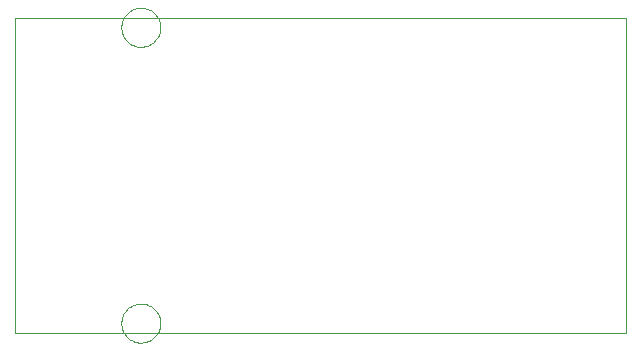
<source format=gbo>
G75*
%MOIN*%
%OFA0B0*%
%FSLAX24Y24*%
%IPPOS*%
%LPD*%
%AMOC8*
5,1,8,0,0,1.08239X$1,22.5*
%
%ADD10C,0.0000*%
D10*
X002995Y001085D02*
X002995Y011581D01*
X023365Y011581D01*
X023365Y001085D01*
X002995Y001085D01*
X006530Y001403D02*
X006532Y001453D01*
X006538Y001503D01*
X006548Y001553D01*
X006561Y001601D01*
X006578Y001649D01*
X006599Y001695D01*
X006623Y001739D01*
X006651Y001781D01*
X006682Y001821D01*
X006716Y001858D01*
X006753Y001893D01*
X006792Y001924D01*
X006833Y001953D01*
X006877Y001978D01*
X006923Y002000D01*
X006970Y002018D01*
X007018Y002032D01*
X007067Y002043D01*
X007117Y002050D01*
X007167Y002053D01*
X007218Y002052D01*
X007268Y002047D01*
X007318Y002038D01*
X007366Y002026D01*
X007414Y002009D01*
X007460Y001989D01*
X007505Y001966D01*
X007548Y001939D01*
X007588Y001909D01*
X007626Y001876D01*
X007661Y001840D01*
X007694Y001801D01*
X007723Y001760D01*
X007749Y001717D01*
X007772Y001672D01*
X007791Y001625D01*
X007806Y001577D01*
X007818Y001528D01*
X007826Y001478D01*
X007830Y001428D01*
X007830Y001378D01*
X007826Y001328D01*
X007818Y001278D01*
X007806Y001229D01*
X007791Y001181D01*
X007772Y001134D01*
X007749Y001089D01*
X007723Y001046D01*
X007694Y001005D01*
X007661Y000966D01*
X007626Y000930D01*
X007588Y000897D01*
X007548Y000867D01*
X007505Y000840D01*
X007460Y000817D01*
X007414Y000797D01*
X007366Y000780D01*
X007318Y000768D01*
X007268Y000759D01*
X007218Y000754D01*
X007167Y000753D01*
X007117Y000756D01*
X007067Y000763D01*
X007018Y000774D01*
X006970Y000788D01*
X006923Y000806D01*
X006877Y000828D01*
X006833Y000853D01*
X006792Y000882D01*
X006753Y000913D01*
X006716Y000948D01*
X006682Y000985D01*
X006651Y001025D01*
X006623Y001067D01*
X006599Y001111D01*
X006578Y001157D01*
X006561Y001205D01*
X006548Y001253D01*
X006538Y001303D01*
X006532Y001353D01*
X006530Y001403D01*
X006530Y011263D02*
X006532Y011313D01*
X006538Y011363D01*
X006548Y011413D01*
X006561Y011461D01*
X006578Y011509D01*
X006599Y011555D01*
X006623Y011599D01*
X006651Y011641D01*
X006682Y011681D01*
X006716Y011718D01*
X006753Y011753D01*
X006792Y011784D01*
X006833Y011813D01*
X006877Y011838D01*
X006923Y011860D01*
X006970Y011878D01*
X007018Y011892D01*
X007067Y011903D01*
X007117Y011910D01*
X007167Y011913D01*
X007218Y011912D01*
X007268Y011907D01*
X007318Y011898D01*
X007366Y011886D01*
X007414Y011869D01*
X007460Y011849D01*
X007505Y011826D01*
X007548Y011799D01*
X007588Y011769D01*
X007626Y011736D01*
X007661Y011700D01*
X007694Y011661D01*
X007723Y011620D01*
X007749Y011577D01*
X007772Y011532D01*
X007791Y011485D01*
X007806Y011437D01*
X007818Y011388D01*
X007826Y011338D01*
X007830Y011288D01*
X007830Y011238D01*
X007826Y011188D01*
X007818Y011138D01*
X007806Y011089D01*
X007791Y011041D01*
X007772Y010994D01*
X007749Y010949D01*
X007723Y010906D01*
X007694Y010865D01*
X007661Y010826D01*
X007626Y010790D01*
X007588Y010757D01*
X007548Y010727D01*
X007505Y010700D01*
X007460Y010677D01*
X007414Y010657D01*
X007366Y010640D01*
X007318Y010628D01*
X007268Y010619D01*
X007218Y010614D01*
X007167Y010613D01*
X007117Y010616D01*
X007067Y010623D01*
X007018Y010634D01*
X006970Y010648D01*
X006923Y010666D01*
X006877Y010688D01*
X006833Y010713D01*
X006792Y010742D01*
X006753Y010773D01*
X006716Y010808D01*
X006682Y010845D01*
X006651Y010885D01*
X006623Y010927D01*
X006599Y010971D01*
X006578Y011017D01*
X006561Y011065D01*
X006548Y011113D01*
X006538Y011163D01*
X006532Y011213D01*
X006530Y011263D01*
M02*

</source>
